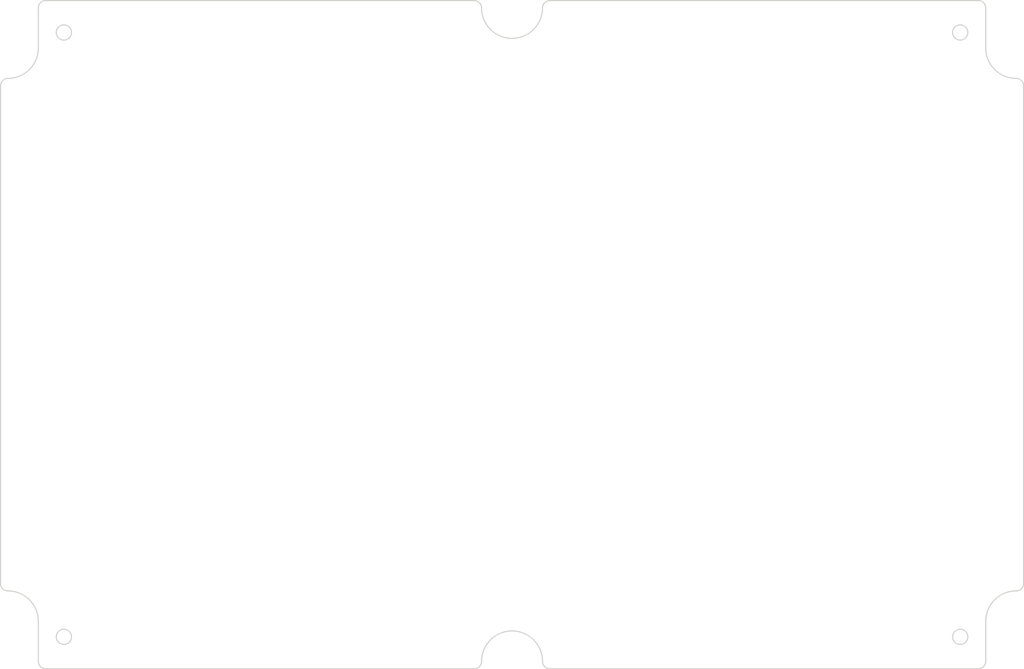
<source format=kicad_pcb>
(kicad_pcb (version 20221018) (generator pcbnew)

  (general
    (thickness 1.6)
  )

  (paper "A4")
  (layers
    (0 "F.Cu" signal)
    (31 "B.Cu" signal)
    (32 "B.Adhes" user "B.Adhesive")
    (33 "F.Adhes" user "F.Adhesive")
    (34 "B.Paste" user)
    (35 "F.Paste" user)
    (36 "B.SilkS" user "B.Silkscreen")
    (37 "F.SilkS" user "F.Silkscreen")
    (38 "B.Mask" user)
    (39 "F.Mask" user)
    (40 "Dwgs.User" user "User.Drawings")
    (41 "Cmts.User" user "User.Comments")
    (42 "Eco1.User" user "User.Eco1")
    (43 "Eco2.User" user "User.Eco2")
    (44 "Edge.Cuts" user)
    (45 "Margin" user)
    (46 "B.CrtYd" user "B.Courtyard")
    (47 "F.CrtYd" user "F.Courtyard")
    (48 "B.Fab" user)
    (49 "F.Fab" user)
    (50 "User.1" user)
    (51 "User.2" user)
    (52 "User.3" user)
    (53 "User.4" user)
    (54 "User.5" user)
    (55 "User.6" user)
    (56 "User.7" user)
    (57 "User.8" user)
    (58 "User.9" user)
  )

  (setup
    (stackup
      (layer "F.SilkS" (type "Top Silk Screen"))
      (layer "F.Paste" (type "Top Solder Paste"))
      (layer "F.Mask" (type "Top Solder Mask") (thickness 0.01))
      (layer "F.Cu" (type "copper") (thickness 0.035))
      (layer "dielectric 1" (type "core") (thickness 1.51) (material "FR4") (epsilon_r 4.5) (loss_tangent 0.02))
      (layer "B.Cu" (type "copper") (thickness 0.035))
      (layer "B.Mask" (type "Bottom Solder Mask") (thickness 0.01))
      (layer "B.Paste" (type "Bottom Solder Paste"))
      (layer "B.SilkS" (type "Bottom Silk Screen"))
      (copper_finish "None")
      (dielectric_constraints no)
    )
    (pad_to_mask_clearance 0)
    (aux_axis_origin 24.526 25.952)
    (grid_origin 24.526 25.952)
    (pcbplotparams
      (layerselection 0x00010fc_ffffffff)
      (plot_on_all_layers_selection 0x0000000_00000000)
      (disableapertmacros false)
      (usegerberextensions false)
      (usegerberattributes true)
      (usegerberadvancedattributes true)
      (creategerberjobfile true)
      (dashed_line_dash_ratio 12.000000)
      (dashed_line_gap_ratio 3.000000)
      (svgprecision 4)
      (plotframeref false)
      (viasonmask false)
      (mode 1)
      (useauxorigin false)
      (hpglpennumber 1)
      (hpglpenspeed 20)
      (hpglpendiameter 15.000000)
      (dxfpolygonmode true)
      (dxfimperialunits true)
      (dxfusepcbnewfont true)
      (psnegative false)
      (psa4output false)
      (plotreference true)
      (plotvalue true)
      (plotinvisibletext false)
      (sketchpadsonfab false)
      (subtractmaskfromsilk false)
      (outputformat 1)
      (mirror false)
      (drillshape 0)
      (scaleselection 1)
      (outputdirectory "GERBERS/")
    )
  )

  (net 0 "")

  (gr_arc (start 238.8318 36.538296) (mid 239.996868 37.020894) (end 240.479452 38.185948)
    (stroke (width 0.25) (type solid)) (layer "Edge.Cuts") (tstamp 16517c93-9930-48c7-93a8-b7b1cd58f0c4))
  (gr_line (start 20.6574 169.252) (end 116.9946 169.252)
    (stroke (width 0.25) (type solid)) (layer "Edge.Cuts") (tstamp 19d7087d-f882-4999-aa88-bd806af5ca81))
  (gr_circle (center 24.7446 162.077448) (end 24.7446 160.362948)
    (stroke (width 0.25) (type solid)) (fill none) (layer "Edge.Cuts") (tstamp 2082aab3-60a4-4863-84b0-c4bad8761eb1))
  (gr_circle (center 24.7446 26.212848) (end 24.7446 24.498348)
    (stroke (width 0.25) (type solid)) (fill none) (layer "Edge.Cuts") (tstamp 20868a5b-8d99-478b-907c-f28b8ffc06dc))
  (gr_arc (start 19.009748 20.685948) (mid 19.492344 19.520892) (end 20.6574 19.038296)
    (stroke (width 0.25) (type solid)) (layer "Edge.Cuts") (tstamp 30f4b16a-834f-40c3-9c17-a7d85c5ff21a))
  (gr_arc (start 10.509748 38.185948) (mid 10.992344 37.020892) (end 12.1574 36.538296)
    (stroke (width 0.25) (type solid)) (layer "Edge.Cuts") (tstamp 321c10d4-47b7-4e91-8600-2029911e1f62))
  (gr_arc (start 132.346948 20.685948) (mid 132.829531 19.520865) (end 133.9946 19.038296)
    (stroke (width 0.25) (type solid)) (layer "Edge.Cuts") (tstamp 32cae12f-6599-4bfc-80ed-06718617f7d0))
  (gr_circle (center 226.2446 162.077448) (end 226.2446 160.362948)
    (stroke (width 0.25) (type solid)) (fill none) (layer "Edge.Cuts") (tstamp 44b02f78-1dea-44b3-b129-ec42d4510aee))
  (gr_arc (start 240.479452 150.104348) (mid 239.996863 151.269397) (end 238.8318 151.752)
    (stroke (width 0.25) (type solid)) (layer "Edge.Cuts") (tstamp 4af2e331-2a5f-406a-a9d0-496277f5dc5d))
  (gr_arc (start 118.642252 167.604348) (mid 125.4946 160.752) (end 132.346948 167.604348)
    (stroke (width 0.25) (type solid)) (layer "Edge.Cuts") (tstamp 5a83a5c5-7225-45b0-911b-3f61975fd8db))
  (gr_circle (center 226.2446 26.212848) (end 226.2446 24.498348)
    (stroke (width 0.25) (type solid)) (fill none) (layer "Edge.Cuts") (tstamp 6348e548-6075-4c0f-9460-ad0fc4fb7061))
  (gr_arc (start 231.979452 158.604348) (mid 233.986455 153.758989) (end 238.8318 151.752)
    (stroke (width 0.25) (type solid)) (layer "Edge.Cuts") (tstamp 68d1725a-3aa6-4dd3-9dac-d4bc1765378f))
  (gr_line (start 10.509748 38.185948) (end 10.509748 150.104348)
    (stroke (width 0.25) (type solid)) (layer "Edge.Cuts") (tstamp 9202ee00-dc40-41a1-94c0-858e4ebd1162))
  (gr_arc (start 12.1574 151.752) (mid 10.99231 151.269438) (end 10.509748 150.104348)
    (stroke (width 0.25) (type solid)) (layer "Edge.Cuts") (tstamp 99adac56-b40e-4591-ad37-cd64843fd461))
  (gr_arc (start 118.642252 167.604348) (mid 118.159663 168.769397) (end 116.9946 169.252)
    (stroke (width 0.25) (type solid)) (layer "Edge.Cuts") (tstamp a5e2d09c-6d53-4f1c-9f65-bc652bb30ede))
  (gr_arc (start 19.009748 29.685948) (mid 17.002741 34.531289) (end 12.1574 36.538296)
    (stroke (width 0.25) (type solid)) (layer "Edge.Cuts") (tstamp a6a956e0-fe7f-45ae-8183-73fcfa858bf5))
  (gr_line (start 230.3318 19.038296) (end 133.9946 19.038296)
    (stroke (width 0.25) (type solid)) (layer "Edge.Cuts") (tstamp ac75d7f5-363e-4836-8b58-e9a09b2f724a))
  (gr_arc (start 12.1574 151.752) (mid 17.002743 153.759005) (end 19.009748 158.604348)
    (stroke (width 0.25) (type solid)) (layer "Edge.Cuts") (tstamp b69eaa5b-1b6d-4cb6-ae59-cbfad7aa33fa))
  (gr_line (start 133.9946 169.252) (end 230.3318 169.252)
    (stroke (width 0.25) (type solid)) (layer "Edge.Cuts") (tstamp bb33e476-863b-41c5-a042-f708a75847bd))
  (gr_line (start 19.009748 158.604348) (end 19.009748 167.604348)
    (stroke (width 0.25) (type solid)) (layer "Edge.Cuts") (tstamp bd3edd53-4e00-4d72-93d8-162046484250))
  (gr_line (start 19.009748 20.685948) (end 19.009748 29.685948)
    (stroke (width 0.25) (type solid)) (layer "Edge.Cuts") (tstamp bebc6066-2e7a-426b-8a0f-f93a36c7a306))
  (gr_arc (start 20.6574 169.252) (mid 19.492309 168.769438) (end 19.009748 167.604348)
    (stroke (width 0.25) (type solid)) (layer "Edge.Cuts") (tstamp c76c0f47-52b5-46b0-b1fd-4c30f2bc4850))
  (gr_line (start 240.479452 150.104348) (end 240.479452 38.185948)
    (stroke (width 0.25) (type solid)) (layer "Edge.Cuts") (tstamp c93a3e21-21ee-4322-97ef-4951659d7b3c))
  (gr_line (start 231.979452 167.604348) (end 231.979452 158.604348)
    (stroke (width 0.25) (type solid)) (layer "Edge.Cuts") (tstamp c9a25da8-cb0c-44ae-aef7-10b3d7c62649))
  (gr_arc (start 230.3318 19.038296) (mid 231.496868 19.520894) (end 231.979452 20.685948)
    (stroke (width 0.25) (type solid)) (layer "Edge.Cuts") (tstamp cf6e2e22-836a-4759-b450-8b31ac178419))
  (gr_arc (start 238.8318 36.538296) (mid 233.98646 34.531302) (end 231.979452 29.685948)
    (stroke (width 0.25) (type solid)) (layer "Edge.Cuts") (tstamp cf8ff6f1-aca9-4f4e-9b2c-8ca75ffc1c0d))
  (gr_line (start 116.9946 19.038296) (end 20.6574 19.038296)
    (stroke (width 0.25) (type solid)) (layer "Edge.Cuts") (tstamp da41cace-7ee9-4185-8f29-d6f9ac2ea503))
  (gr_arc (start 231.979452 167.604348) (mid 231.496863 168.769397) (end 230.3318 169.252)
    (stroke (width 0.25) (type solid)) (layer "Edge.Cuts") (tstamp dc3de49a-0cc4-46b5-b904-d757a475925f))
  (gr_line (start 231.979452 29.685948) (end 231.979452 20.685948)
    (stroke (width 0.25) (type solid)) (layer "Edge.Cuts") (tstamp e7afe614-8452-4235-8ad0-3e407ff846ca))
  (gr_arc (start 133.9946 169.252) (mid 132.829536 168.769426) (end 132.346948 167.604348)
    (stroke (width 0.25) (type solid)) (layer "Edge.Cuts") (tstamp eaf01aa8-2397-49a5-8cbe-74240d0aa290))
  (gr_arc (start 116.9946 19.038296) (mid 118.159668 19.520894) (end 118.642252 20.685948)
    (stroke (width 0.25) (type solid)) (layer "Edge.Cuts") (tstamp f1b393b2-d8f2-4ec8-80ff-9368333b5105))
  (gr_arc (start 132.346948 20.685948) (mid 125.4946 27.538296) (end 118.642252 20.685948)
    (stroke (width 0.25) (type solid)) (layer "Edge.Cuts") (tstamp f9e49da4-fca3-49cf-8f86-73e84b16f1d1))

  (group "" (id 89594838-e73a-410c-a289-d9f2ee1ed49f)
    (members
      16517c93-9930-48c7-93a8-b7b1cd58f0c4
      19d7087d-f882-4999-aa88-bd806af5ca81
      2082aab3-60a4-4863-84b0-c4bad8761eb1
      20868a5b-8d99-478b-907c-f28b8ffc06dc
      30f4b16a-834f-40c3-9c17-a7d85c5ff21a
      321c10d4-47b7-4e91-8600-2029911e1f62
      32cae12f-6599-4bfc-80ed-06718617f7d0
      44b02f78-1dea-44b3-b129-ec42d4510aee
      4af2e331-2a5f-406a-a9d0-496277f5dc5d
      5a83a5c5-7225-45b0-911b-3f61975fd8db
      6348e548-6075-4c0f-9460-ad0fc4fb7061
      68d1725a-3aa6-4dd3-9dac-d4bc1765378f
      9202ee00-dc40-41a1-94c0-858e4ebd1162
      99adac56-b40e-4591-ad37-cd64843fd461
      a5e2d09c-6d53-4f1c-9f65-bc652bb30ede
      a6a956e0-fe7f-45ae-8183-73fcfa858bf5
      ac75d7f5-363e-4836-8b58-e9a09b2f724a
      b69eaa5b-1b6d-4cb6-ae59-cbfad7aa33fa
      bb33e476-863b-41c5-a042-f708a75847bd
      bd3edd53-4e00-4d72-93d8-162046484250
      bebc6066-2e7a-426b-8a0f-f93a36c7a306
      c76c0f47-52b5-46b0-b1fd-4c30f2bc4850
      c93a3e21-21ee-4322-97ef-4951659d7b3c
      c9a25da8-cb0c-44ae-aef7-10b3d7c62649
      cf6e2e22-836a-4759-b450-8b31ac178419
      cf8ff6f1-aca9-4f4e-9b2c-8ca75ffc1c0d
      da41cace-7ee9-4185-8f29-d6f9ac2ea503
      dc3de49a-0cc4-46b5-b904-d757a475925f
      e7afe614-8452-4235-8ad0-3e407ff846ca
      eaf01aa8-2397-49a5-8cbe-74240d0aa290
      f1b393b2-d8f2-4ec8-80ff-9368333b5105
      f9e49da4-fca3-49cf-8f86-73e84b16f1d1
    )
  )
)

</source>
